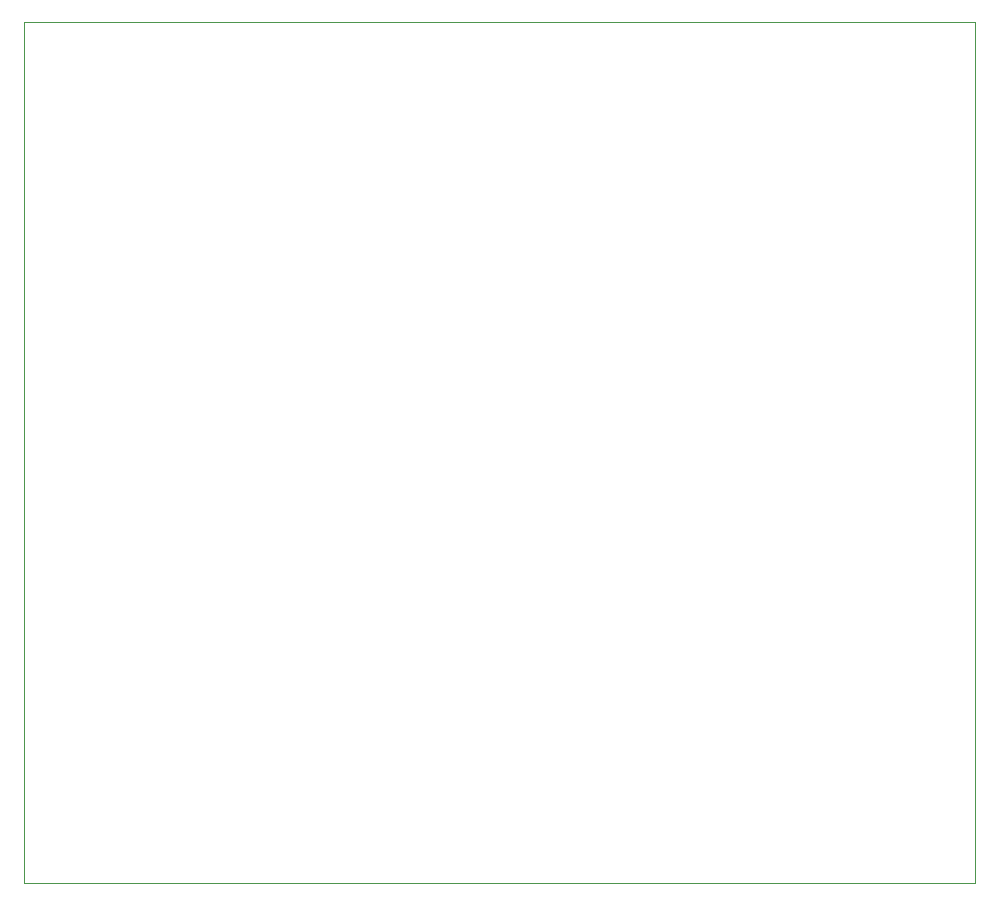
<source format=gbr>
%TF.GenerationSoftware,KiCad,Pcbnew,(7.0.0)*%
%TF.CreationDate,2023-05-03T15:36:06-06:00*%
%TF.ProjectId,Phase_B_ATMEGA_v3,50686173-655f-4425-9f41-544d4547415f,rev?*%
%TF.SameCoordinates,Original*%
%TF.FileFunction,Profile,NP*%
%FSLAX46Y46*%
G04 Gerber Fmt 4.6, Leading zero omitted, Abs format (unit mm)*
G04 Created by KiCad (PCBNEW (7.0.0)) date 2023-05-03 15:36:06*
%MOMM*%
%LPD*%
G01*
G04 APERTURE LIST*
%TA.AperFunction,Profile*%
%ADD10C,0.100000*%
%TD*%
G04 APERTURE END LIST*
D10*
X94742000Y-78740000D02*
X175260000Y-78740000D01*
X175260000Y-78740000D02*
X175260000Y-151638000D01*
X175260000Y-151638000D02*
X94742000Y-151638000D01*
X94742000Y-151638000D02*
X94742000Y-78740000D01*
M02*

</source>
